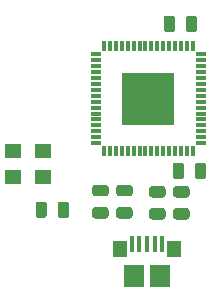
<source format=gbr>
%TF.GenerationSoftware,KiCad,Pcbnew,5.1.6*%
%TF.CreationDate,2021-04-23T20:37:08+02:00*%
%TF.ProjectId,prog,70726f67-2e6b-4696-9361-645f70636258,rev?*%
%TF.SameCoordinates,Original*%
%TF.FileFunction,Paste,Top*%
%TF.FilePolarity,Positive*%
%FSLAX46Y46*%
G04 Gerber Fmt 4.6, Leading zero omitted, Abs format (unit mm)*
G04 Created by KiCad (PCBNEW 5.1.6) date 2021-04-23 20:37:08*
%MOMM*%
%LPD*%
G01*
G04 APERTURE LIST*
%ADD10R,1.400000X1.200000*%
%ADD11R,1.150000X1.450000*%
%ADD12R,1.750000X1.900000*%
%ADD13R,0.400000X1.400000*%
%ADD14R,4.400000X4.400000*%
%ADD15R,0.850000X0.300000*%
%ADD16R,0.300000X0.850000*%
G04 APERTURE END LIST*
D10*
%TO.C,Y1*%
X50292000Y-151978000D03*
X52832000Y-151978000D03*
X52832000Y-154178000D03*
X50292000Y-154178000D03*
%TD*%
%TO.C,C4*%
G36*
G01*
X62027750Y-156836000D02*
X62940250Y-156836000D01*
G75*
G02*
X63184000Y-157079750I0J-243750D01*
G01*
X63184000Y-157567250D01*
G75*
G02*
X62940250Y-157811000I-243750J0D01*
G01*
X62027750Y-157811000D01*
G75*
G02*
X61784000Y-157567250I0J243750D01*
G01*
X61784000Y-157079750D01*
G75*
G02*
X62027750Y-156836000I243750J0D01*
G01*
G37*
G36*
G01*
X62027750Y-154961000D02*
X62940250Y-154961000D01*
G75*
G02*
X63184000Y-155204750I0J-243750D01*
G01*
X63184000Y-155692250D01*
G75*
G02*
X62940250Y-155936000I-243750J0D01*
G01*
X62027750Y-155936000D01*
G75*
G02*
X61784000Y-155692250I0J243750D01*
G01*
X61784000Y-155204750D01*
G75*
G02*
X62027750Y-154961000I243750J0D01*
G01*
G37*
%TD*%
D11*
%TO.C,J2*%
X63933000Y-160330000D03*
X59293000Y-160330000D03*
D12*
X62738000Y-162560000D03*
X60488000Y-162560000D03*
D13*
X62913000Y-159910000D03*
X62263000Y-159910000D03*
X61613000Y-159910000D03*
X60963000Y-159910000D03*
X60313000Y-159910000D03*
%TD*%
%TO.C,R2*%
G36*
G01*
X65649500Y-154126250D02*
X65649500Y-153213750D01*
G75*
G02*
X65893250Y-152970000I243750J0D01*
G01*
X66380750Y-152970000D01*
G75*
G02*
X66624500Y-153213750I0J-243750D01*
G01*
X66624500Y-154126250D01*
G75*
G02*
X66380750Y-154370000I-243750J0D01*
G01*
X65893250Y-154370000D01*
G75*
G02*
X65649500Y-154126250I0J243750D01*
G01*
G37*
G36*
G01*
X63774500Y-154126250D02*
X63774500Y-153213750D01*
G75*
G02*
X64018250Y-152970000I243750J0D01*
G01*
X64505750Y-152970000D01*
G75*
G02*
X64749500Y-153213750I0J-243750D01*
G01*
X64749500Y-154126250D01*
G75*
G02*
X64505750Y-154370000I-243750J0D01*
G01*
X64018250Y-154370000D01*
G75*
G02*
X63774500Y-154126250I0J243750D01*
G01*
G37*
%TD*%
%TO.C,R1*%
G36*
G01*
X53144000Y-156515750D02*
X53144000Y-157428250D01*
G75*
G02*
X52900250Y-157672000I-243750J0D01*
G01*
X52412750Y-157672000D01*
G75*
G02*
X52169000Y-157428250I0J243750D01*
G01*
X52169000Y-156515750D01*
G75*
G02*
X52412750Y-156272000I243750J0D01*
G01*
X52900250Y-156272000D01*
G75*
G02*
X53144000Y-156515750I0J-243750D01*
G01*
G37*
G36*
G01*
X55019000Y-156515750D02*
X55019000Y-157428250D01*
G75*
G02*
X54775250Y-157672000I-243750J0D01*
G01*
X54287750Y-157672000D01*
G75*
G02*
X54044000Y-157428250I0J243750D01*
G01*
X54044000Y-156515750D01*
G75*
G02*
X54287750Y-156272000I243750J0D01*
G01*
X54775250Y-156272000D01*
G75*
G02*
X55019000Y-156515750I0J-243750D01*
G01*
G37*
%TD*%
%TO.C,C5*%
G36*
G01*
X64887500Y-141680250D02*
X64887500Y-140767750D01*
G75*
G02*
X65131250Y-140524000I243750J0D01*
G01*
X65618750Y-140524000D01*
G75*
G02*
X65862500Y-140767750I0J-243750D01*
G01*
X65862500Y-141680250D01*
G75*
G02*
X65618750Y-141924000I-243750J0D01*
G01*
X65131250Y-141924000D01*
G75*
G02*
X64887500Y-141680250I0J243750D01*
G01*
G37*
G36*
G01*
X63012500Y-141680250D02*
X63012500Y-140767750D01*
G75*
G02*
X63256250Y-140524000I243750J0D01*
G01*
X63743750Y-140524000D01*
G75*
G02*
X63987500Y-140767750I0J-243750D01*
G01*
X63987500Y-141680250D01*
G75*
G02*
X63743750Y-141924000I-243750J0D01*
G01*
X63256250Y-141924000D01*
G75*
G02*
X63012500Y-141680250I0J243750D01*
G01*
G37*
%TD*%
%TO.C,C3*%
G36*
G01*
X64059750Y-156836000D02*
X64972250Y-156836000D01*
G75*
G02*
X65216000Y-157079750I0J-243750D01*
G01*
X65216000Y-157567250D01*
G75*
G02*
X64972250Y-157811000I-243750J0D01*
G01*
X64059750Y-157811000D01*
G75*
G02*
X63816000Y-157567250I0J243750D01*
G01*
X63816000Y-157079750D01*
G75*
G02*
X64059750Y-156836000I243750J0D01*
G01*
G37*
G36*
G01*
X64059750Y-154961000D02*
X64972250Y-154961000D01*
G75*
G02*
X65216000Y-155204750I0J-243750D01*
G01*
X65216000Y-155692250D01*
G75*
G02*
X64972250Y-155936000I-243750J0D01*
G01*
X64059750Y-155936000D01*
G75*
G02*
X63816000Y-155692250I0J243750D01*
G01*
X63816000Y-155204750D01*
G75*
G02*
X64059750Y-154961000I243750J0D01*
G01*
G37*
%TD*%
%TO.C,C2*%
G36*
G01*
X57201750Y-156738000D02*
X58114250Y-156738000D01*
G75*
G02*
X58358000Y-156981750I0J-243750D01*
G01*
X58358000Y-157469250D01*
G75*
G02*
X58114250Y-157713000I-243750J0D01*
G01*
X57201750Y-157713000D01*
G75*
G02*
X56958000Y-157469250I0J243750D01*
G01*
X56958000Y-156981750D01*
G75*
G02*
X57201750Y-156738000I243750J0D01*
G01*
G37*
G36*
G01*
X57201750Y-154863000D02*
X58114250Y-154863000D01*
G75*
G02*
X58358000Y-155106750I0J-243750D01*
G01*
X58358000Y-155594250D01*
G75*
G02*
X58114250Y-155838000I-243750J0D01*
G01*
X57201750Y-155838000D01*
G75*
G02*
X56958000Y-155594250I0J243750D01*
G01*
X56958000Y-155106750D01*
G75*
G02*
X57201750Y-154863000I243750J0D01*
G01*
G37*
%TD*%
%TO.C,C1*%
G36*
G01*
X59233750Y-156738000D02*
X60146250Y-156738000D01*
G75*
G02*
X60390000Y-156981750I0J-243750D01*
G01*
X60390000Y-157469250D01*
G75*
G02*
X60146250Y-157713000I-243750J0D01*
G01*
X59233750Y-157713000D01*
G75*
G02*
X58990000Y-157469250I0J243750D01*
G01*
X58990000Y-156981750D01*
G75*
G02*
X59233750Y-156738000I243750J0D01*
G01*
G37*
G36*
G01*
X59233750Y-154863000D02*
X60146250Y-154863000D01*
G75*
G02*
X60390000Y-155106750I0J-243750D01*
G01*
X60390000Y-155594250D01*
G75*
G02*
X60146250Y-155838000I-243750J0D01*
G01*
X59233750Y-155838000D01*
G75*
G02*
X58990000Y-155594250I0J243750D01*
G01*
X58990000Y-155106750D01*
G75*
G02*
X59233750Y-154863000I243750J0D01*
G01*
G37*
%TD*%
D14*
%TO.C,IC1*%
X61722000Y-147574000D03*
D15*
X57272000Y-151324000D03*
X57272000Y-150824000D03*
X57272000Y-150324000D03*
X57272000Y-149824000D03*
X57272000Y-149324000D03*
X57272000Y-148824000D03*
X57272000Y-148324000D03*
X57272000Y-147824000D03*
X57272000Y-147324000D03*
X57272000Y-146824000D03*
X57272000Y-146324000D03*
X57272000Y-145824000D03*
X57272000Y-145324000D03*
X57272000Y-144824000D03*
X57272000Y-144324000D03*
X57272000Y-143824000D03*
D16*
X57972000Y-143124000D03*
X58472000Y-143124000D03*
X58972000Y-143124000D03*
X59472000Y-143124000D03*
X59972000Y-143124000D03*
X60472000Y-143124000D03*
X60972000Y-143124000D03*
X61472000Y-143124000D03*
X61972000Y-143124000D03*
X62472000Y-143124000D03*
X62972000Y-143124000D03*
X63472000Y-143124000D03*
X63972000Y-143124000D03*
X64472000Y-143124000D03*
X64972000Y-143124000D03*
X65472000Y-143124000D03*
D15*
X66172000Y-143824000D03*
X66172000Y-144324000D03*
X66172000Y-144824000D03*
X66172000Y-145324000D03*
X66172000Y-145824000D03*
X66172000Y-146324000D03*
X66172000Y-146824000D03*
X66172000Y-147324000D03*
X66172000Y-147824000D03*
X66172000Y-148324000D03*
X66172000Y-148824000D03*
X66172000Y-149324000D03*
X66172000Y-149824000D03*
X66172000Y-150324000D03*
X66172000Y-150824000D03*
X66172000Y-151324000D03*
D16*
X65472000Y-152024000D03*
X64972000Y-152024000D03*
X64472000Y-152024000D03*
X63972000Y-152024000D03*
X63472000Y-152024000D03*
X62972000Y-152024000D03*
X62472000Y-152024000D03*
X61972000Y-152024000D03*
X61472000Y-152024000D03*
X60972000Y-152024000D03*
X60472000Y-152024000D03*
X59972000Y-152024000D03*
X59472000Y-152024000D03*
X58972000Y-152024000D03*
X58472000Y-152024000D03*
X57972000Y-152024000D03*
%TD*%
M02*

</source>
